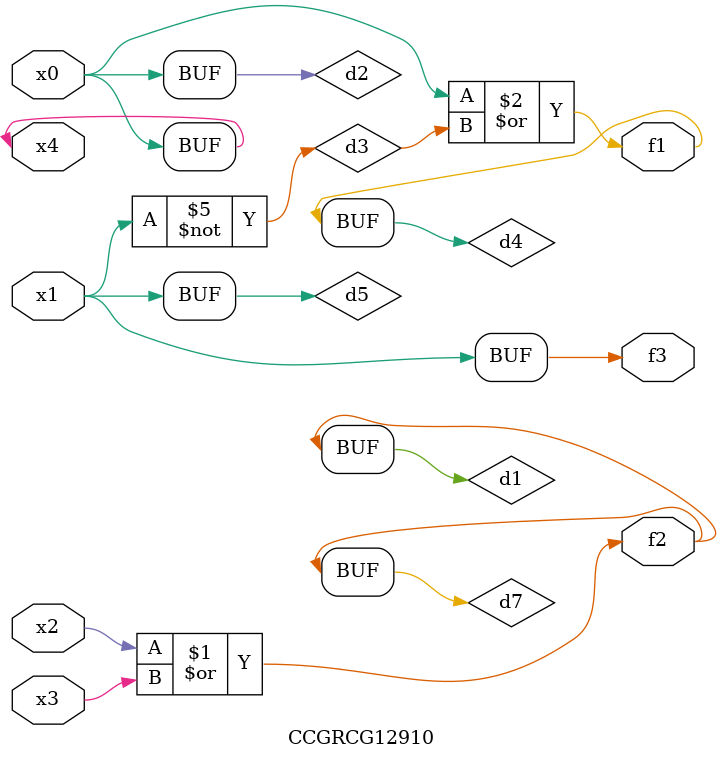
<source format=v>
module CCGRCG12910(
	input x0, x1, x2, x3, x4,
	output f1, f2, f3
);

	wire d1, d2, d3, d4, d5, d6, d7;

	or (d1, x2, x3);
	buf (d2, x0, x4);
	not (d3, x1);
	or (d4, d2, d3);
	not (d5, d3);
	nand (d6, d1, d3);
	or (d7, d1);
	assign f1 = d4;
	assign f2 = d7;
	assign f3 = d5;
endmodule

</source>
